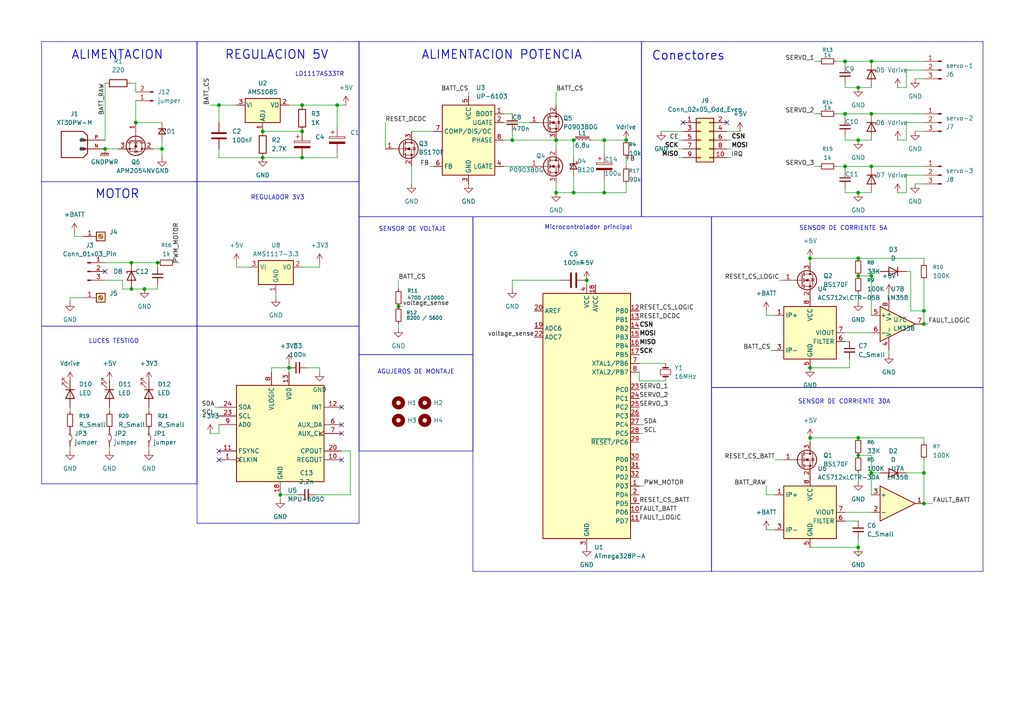
<source format=kicad_sch>
(kicad_sch (version 20250114) (generator "eeschema") (generator_version "9.0")
  (paper "A4")
  (rectangle (start 137.16 62.865) (end 206.375 165.735))
  (rectangle (start 104.14 62.865) (end 137.16 102.87))
  (rectangle (start 57.15 12.065) (end 104.14 52.705))
  (rectangle (start 12.065 12.065) (end 57.15 52.705))
  (rectangle (start 57.15 52.705) (end 104.14 94.615))
  (rectangle (start 57.15 94.615) (end 104.14 151.765))
  (rectangle (start 206.375 62.865) (end 285.115 112.395))
  (rectangle (start 186.055 12.065) (end 285.115 62.865))
  (rectangle (start 12.065 52.705) (end 57.15 94.615))
  (rectangle (start 12.065 94.615) (end 57.15 140.335))
  (rectangle (start 104.14 102.87) (end 137.16 130.81))
  (rectangle (start 206.375 112.395) (end 285.115 165.735))
  (rectangle (start 104.14 12.065) (end 186.055 62.865))
  (text "ALIMENTACION" (at 34.036 16.002 0) (effects (font (size 2.54 2.54) (thickness 0.254) (bold yes))))
  (text "Microcontrolador principal\n" (at 170.688 66.04 0) (effects (font (size 1.27 1.27))))
  (text "SENSOR DE VOLTAJE\n" (at 119.634 66.548 0) (effects (font (size 1.27 1.27))))
  (text "REGULADOR 3V3\n" (at 80.518 57.404 0) (effects (font (size 1.27 1.27))))
  (text "REGULACION 5V\n" (at 80.264 16.002 0) (effects (font (size 2.54 2.54) (thickness 0.254) (bold yes))))
  (text "ALIMENTACION POTENCIA\n" (at 145.542 16.002 0) (effects (font (size 2.54 2.54) (thickness 0.254) (bold yes))))
  (text "SENSOR DE CORRIENTE 5A\n" (at 244.602 66.294 0) (effects (font (size 1.27 1.27))))
  (text "\nLD1117AS33TR" (at 92.71 20.574 0) (effects (font (size 1.27 1.27))))
  (text "SENSOR DE CORRIENTE 30A\n" (at 244.856 116.586 0) (effects (font (size 1.27 1.27))))
  (text "Conectores\n" (at 199.644 16.256 0) (effects (font (size 2.54 2.54) (thickness 0.254) (bold yes))))
  (text "LUCES TESTIGO\n" (at 33.02 99.06 0) (effects (font (size 1.27 1.27))))
  (text "MOTOR" (at 34.036 56.388 0) (effects (font (size 2.54 2.54) (thickness 0.254) (bold yes))))
  (text "AGUJEROS DE MONTAJE\n" (at 120.65 107.95 0) (effects (font (size 1.27 1.27))))
  (junction (at 81.28 143.51))
  (junction (at 248.92 132.08))
  (junction (at 245.11 48.26))
  (junction (at 97.79 30.48))
  (junction (at 181.61 40.64))
  (junction (at 41.91 83.82))
  (junction (at 252.73 48.26))
  (junction (at 30.48 43.18))
  (junction (at 166.37 55.88))
  (junction (at 175.26 40.64))
  (junction (at 234.95 106.68))
  (junction (at 161.29 40.64))
  (junction (at 115.57 88.9))
  (junction (at 175.26 55.88))
  (junction (at 170.18 81.28))
  (junction (at 252.73 137.16))
  (junction (at 87.63 38.1))
  (junction (at 248.92 74.93))
  (junction (at 83.82 106.68))
  (junction (at 161.29 55.88))
  (junction (at 38.1 76.2))
  (junction (at 76.2 38.1))
  (junction (at 46.99 43.18))
  (junction (at 248.92 80.01))
  (junction (at 252.73 80.01))
  (junction (at 76.2 45.72))
  (junction (at 248.92 158.75))
  (junction (at 45.72 76.2))
  (junction (at 267.97 146.05))
  (junction (at 148.59 40.64))
  (junction (at 248.92 25.4))
  (junction (at 234.95 74.93))
  (junction (at 63.5 30.48))
  (junction (at 245.11 33.02))
  (junction (at 252.73 17.78))
  (junction (at 87.63 45.72))
  (junction (at 248.92 55.88))
  (junction (at 248.92 40.64))
  (junction (at 252.73 33.02))
  (junction (at 267.97 137.16))
  (junction (at 245.11 17.78))
  (junction (at 267.97 90.17))
  (junction (at 39.37 35.56))
  (junction (at 234.95 127))
  (junction (at 87.63 30.48))
  (junction (at 38.1 83.82))
  (junction (at 248.92 127))
  (junction (at 166.37 40.64))
  (junction (at 267.97 93.98))
  (no_connect (at 30.48 78.74))
  (no_connect (at 99.06 125.73))
  (no_connect (at 198.12 35.56))
  (no_connect (at 210.82 35.56))
  (no_connect (at 99.06 118.11))
  (no_connect (at 63.5 130.81))
  (no_connect (at 99.06 133.35))
  (no_connect (at 99.06 123.19))
  (no_connect (at 63.5 133.35))
  (wire (pts (xy 97.79 36.83) (xy 97.79 30.48)))
  (wire (pts (xy 248.92 55.88) (xy 252.73 55.88)))
  (wire (pts (xy 245.11 48.26) (xy 245.11 49.53)))
  (wire (pts (xy 148.59 40.64) (xy 161.29 40.64)))
  (wire (pts (xy 83.82 30.48) (xy 87.63 30.48)))
  (wire (pts (xy 146.05 33.02) (xy 148.59 33.02)))
  (wire (pts (xy 166.37 55.88) (xy 161.29 55.88)))
  (wire (pts (xy 115.57 88.9) (xy 116.84 88.9)))
  (wire (pts (xy 63.5 45.72) (xy 76.2 45.72)))
  (wire (pts (xy 83.82 106.68) (xy 83.82 107.95)))
  (wire (pts (xy 245.11 33.02) (xy 252.73 33.02)))
  (wire (pts (xy 91.44 143.51) (xy 101.6 143.51)))
  (wire (pts (xy 166.37 45.72) (xy 166.37 40.64)))
  (wire (pts (xy 248.92 25.4) (xy 252.73 25.4)))
  (wire (pts (xy 45.72 83.82) (xy 41.91 83.82)))
  (wire (pts (xy 262.89 25.4) (xy 262.89 20.32)))
  (wire (pts (xy 185.42 110.49) (xy 185.42 107.95)))
  (wire (pts (xy 63.5 43.18) (xy 63.5 45.72)))
  (wire (pts (xy 101.6 143.51) (xy 101.6 130.81)))
  (wire (pts (xy 101.6 130.81) (xy 99.06 130.81)))
  (wire (pts (xy 171.45 40.64) (xy 175.26 40.64)))
  (wire (pts (xy 52.07 76.2) (xy 50.8 76.2)))
  (wire (pts (xy 245.11 24.13) (xy 245.11 25.4)))
  (wire (pts (xy 224.79 133.35) (xy 227.33 133.35)))
  (wire (pts (xy 248.92 80.01) (xy 252.73 80.01)))
  (wire (pts (xy 175.26 40.64) (xy 175.26 44.45)))
  (wire (pts (xy 196.85 40.64) (xy 198.12 40.64)))
  (wire (pts (xy 245.11 148.59) (xy 252.73 148.59)))
  (wire (pts (xy 265.43 22.86) (xy 267.97 22.86)))
  (wire (pts (xy 267.97 133.35) (xy 267.97 137.16)))
  (wire (pts (xy 63.5 30.48) (xy 68.58 30.48)))
  (wire (pts (xy 39.37 35.56) (xy 46.99 35.56)))
  (wire (pts (xy 257.81 85.09) (xy 257.81 86.36)))
  (wire (pts (xy 97.79 30.48) (xy 100.33 30.48)))
  (wire (pts (xy 236.22 17.78) (xy 237.49 17.78)))
  (wire (pts (xy 252.73 137.16) (xy 252.73 132.08)))
  (wire (pts (xy 119.38 38.1) (xy 125.73 38.1)))
  (wire (pts (xy 161.29 26.67) (xy 161.29 30.48)))
  (wire (pts (xy 44.45 43.18) (xy 46.99 43.18)))
  (wire (pts (xy 87.63 30.48) (xy 97.79 30.48)))
  (wire (pts (xy 246.38 106.68) (xy 234.95 106.68)))
  (wire (pts (xy 72.39 77.47) (xy 68.58 77.47)))
  (wire (pts (xy 45.72 82.55) (xy 45.72 83.82)))
  (wire (pts (xy 39.37 26.67) (xy 39.37 24.13)))
  (wire (pts (xy 248.92 158.75) (xy 248.92 161.29)))
  (wire (pts (xy 97.79 44.45) (xy 97.79 45.72)))
  (wire (pts (xy 115.57 93.98) (xy 115.57 95.25)))
  (wire (pts (xy 63.5 125.73) (xy 63.5 123.19)))
  (wire (pts (xy 267.97 127) (xy 248.92 127)))
  (wire (pts (xy 245.11 17.78) (xy 252.73 17.78)))
  (wire (pts (xy 39.37 24.13) (xy 38.1 24.13)))
  (wire (pts (xy 20.32 129.54) (xy 20.32 130.81)))
  (wire (pts (xy 234.95 74.93) (xy 234.95 76.2)))
  (wire (pts (xy 45.72 76.2) (xy 45.72 77.47)))
  (wire (pts (xy 252.73 17.78) (xy 267.97 17.78)))
  (wire (pts (xy 161.29 40.64) (xy 166.37 40.64)))
  (wire (pts (xy 262.89 20.32) (xy 267.97 20.32)))
  (wire (pts (xy 41.91 83.82) (xy 38.1 83.82)))
  (wire (pts (xy 162.56 81.28) (xy 148.59 81.28)))
  (wire (pts (xy 224.79 91.44) (xy 222.25 91.44)))
  (wire (pts (xy 20.32 86.36) (xy 20.32 87.63)))
  (wire (pts (xy 170.18 81.28) (xy 170.18 82.55)))
  (wire (pts (xy 248.92 137.16) (xy 248.92 139.7)))
  (wire (pts (xy 63.5 120.65) (xy 62.23 120.65)))
  (wire (pts (xy 252.73 91.44) (xy 252.73 80.01)))
  (wire (pts (xy 92.71 106.68) (xy 92.71 107.95)))
  (wire (pts (xy 260.35 40.64) (xy 262.89 40.64)))
  (wire (pts (xy 234.95 127) (xy 234.95 128.27)))
  (wire (pts (xy 223.52 101.6) (xy 224.79 101.6)))
  (wire (pts (xy 234.95 127) (xy 248.92 127)))
  (wire (pts (xy 146.05 48.26) (xy 153.67 48.26)))
  (wire (pts (xy 175.26 55.88) (xy 166.37 55.88)))
  (wire (pts (xy 31.75 129.54) (xy 31.75 130.81)))
  (wire (pts (xy 193.04 110.49) (xy 185.42 110.49)))
  (wire (pts (xy 252.73 137.16) (xy 255.27 137.16)))
  (wire (pts (xy 124.46 48.26) (xy 125.73 48.26)))
  (wire (pts (xy 86.36 143.51) (xy 81.28 143.51)))
  (wire (pts (xy 260.35 55.88) (xy 262.89 55.88)))
  (wire (pts (xy 242.57 17.78) (xy 245.11 17.78)))
  (wire (pts (xy 265.43 53.34) (xy 267.97 53.34)))
  (wire (pts (xy 267.97 90.17) (xy 267.97 93.98)))
  (wire (pts (xy 30.48 81.28) (xy 35.56 81.28)))
  (wire (pts (xy 262.89 137.16) (xy 267.97 137.16)))
  (wire (pts (xy 60.96 125.73) (xy 63.5 125.73)))
  (wire (pts (xy 267.97 146.05) (xy 270.51 146.05)))
  (wire (pts (xy 186.69 140.97) (xy 185.42 140.97)))
  (wire (pts (xy 264.16 90.17) (xy 267.97 90.17)))
  (wire (pts (xy 87.63 45.72) (xy 97.79 45.72)))
  (wire (pts (xy 76.2 45.72) (xy 87.63 45.72)))
  (wire (pts (xy 161.29 40.64) (xy 161.29 43.18)))
  (wire (pts (xy 252.73 33.02) (xy 267.97 33.02)))
  (wire (pts (xy 245.11 39.37) (xy 245.11 40.64)))
  (wire (pts (xy 267.97 93.98) (xy 269.24 93.98)))
  (wire (pts (xy 245.11 40.64) (xy 248.92 40.64)))
  (wire (pts (xy 35.56 81.28) (xy 35.56 83.82)))
  (wire (pts (xy 78.74 106.68) (xy 83.82 106.68)))
  (wire (pts (xy 31.75 118.11) (xy 31.75 119.38)))
  (wire (pts (xy 210.82 38.1) (xy 214.63 38.1)))
  (wire (pts (xy 30.48 43.18) (xy 34.29 43.18)))
  (wire (pts (xy 252.73 78.74) (xy 255.27 78.74)))
  (wire (pts (xy 245.11 151.13) (xy 248.92 151.13)))
  (wire (pts (xy 262.89 40.64) (xy 262.89 35.56)))
  (wire (pts (xy 87.63 77.47) (xy 92.71 77.47)))
  (wire (pts (xy 24.13 68.58) (xy 21.59 68.58)))
  (wire (pts (xy 245.11 99.06) (xy 246.38 99.06)))
  (wire (pts (xy 181.61 45.72) (xy 181.61 48.26)))
  (wire (pts (xy 248.92 132.08) (xy 252.73 132.08)))
  (wire (pts (xy 210.82 40.64) (xy 212.09 40.64)))
  (wire (pts (xy 210.82 43.18) (xy 212.09 43.18)))
  (wire (pts (xy 63.5 30.48) (xy 63.5 35.56)))
  (wire (pts (xy 236.22 48.26) (xy 237.49 48.26)))
  (wire (pts (xy 262.89 50.8) (xy 267.97 50.8)))
  (wire (pts (xy 267.97 81.28) (xy 267.97 90.17)))
  (wire (pts (xy 245.11 25.4) (xy 248.92 25.4)))
  (wire (pts (xy 248.92 40.64) (xy 252.73 40.64)))
  (wire (pts (xy 267.97 74.93) (xy 248.92 74.93)))
  (wire (pts (xy 21.59 67.31) (xy 21.59 68.58)))
  (wire (pts (xy 35.56 83.82) (xy 38.1 83.82)))
  (wire (pts (xy 181.61 55.88) (xy 175.26 55.88)))
  (wire (pts (xy 248.92 85.09) (xy 248.92 87.63)))
  (wire (pts (xy 222.25 140.97) (xy 222.25 143.51)))
  (wire (pts (xy 181.61 53.34) (xy 181.61 55.88)))
  (wire (pts (xy 76.2 38.1) (xy 87.63 38.1)))
  (wire (pts (xy 46.99 40.64) (xy 46.99 43.18)))
  (wire (pts (xy 245.11 33.02) (xy 245.11 34.29)))
  (wire (pts (xy 196.85 43.18) (xy 198.12 43.18)))
  (wire (pts (xy 252.73 80.01) (xy 252.73 78.74)))
  (wire (pts (xy 222.25 90.17) (xy 222.25 91.44)))
  (wire (pts (xy 267.97 137.16) (xy 267.97 146.05)))
  (wire (pts (xy 161.29 53.34) (xy 161.29 55.88)))
  (wire (pts (xy 175.26 52.07) (xy 175.26 55.88)))
  (wire (pts (xy 224.79 143.51) (xy 222.25 143.51)))
  (wire (pts (xy 210.82 45.72) (xy 212.09 45.72)))
  (wire (pts (xy 146.05 40.64) (xy 148.59 40.64)))
  (wire (pts (xy 119.38 48.26) (xy 119.38 53.34)))
  (wire (pts (xy 260.35 25.4) (xy 262.89 25.4)))
  (wire (pts (xy 39.37 29.21) (xy 39.37 35.56)))
  (wire (pts (xy 245.11 48.26) (xy 252.73 48.26)))
  (wire (pts (xy 242.57 33.02) (xy 245.11 33.02)))
  (wire (pts (xy 24.13 86.36) (xy 20.32 86.36)))
  (wire (pts (xy 252.73 48.26) (xy 267.97 48.26)))
  (wire (pts (xy 78.74 107.95) (xy 78.74 106.68)))
  (wire (pts (xy 234.95 158.75) (xy 248.92 158.75)))
  (wire (pts (xy 45.72 76.2) (xy 38.1 76.2)))
  (wire (pts (xy 63.5 30.48) (xy 60.96 30.48)))
  (wire (pts (xy 267.97 128.27) (xy 267.97 127)))
  (wire (pts (xy 257.81 101.6) (xy 257.81 102.87)))
  (wire (pts (xy 30.48 76.2) (xy 38.1 76.2)))
  (wire (pts (xy 245.11 55.88) (xy 248.92 55.88)))
  (wire (pts (xy 68.58 76.2) (xy 68.58 77.47)))
  (wire (pts (xy 248.92 158.75) (xy 248.92 156.21)))
  (wire (pts (xy 81.28 144.78) (xy 81.28 143.51)))
  (wire (pts (xy 148.59 38.1) (xy 148.59 40.64)))
  (wire (pts (xy 262.89 35.56) (xy 267.97 35.56)))
  (wire (pts (xy 92.71 76.2) (xy 92.71 77.47)))
  (wire (pts (xy 146.05 35.56) (xy 153.67 35.56)))
  (wire (pts (xy 262.89 55.88) (xy 262.89 50.8)))
  (wire (pts (xy 262.89 78.74) (xy 264.16 78.74)))
  (wire (pts (xy 264.16 78.74) (xy 264.16 90.17)))
  (wire (pts (xy 185.42 123.19) (xy 186.69 123.19)))
  (wire (pts (xy 111.76 35.56) (xy 111.76 43.18)))
  (wire (pts (xy 185.42 125.73) (xy 186.69 125.73)))
  (wire (pts (xy 265.43 38.1) (xy 267.97 38.1)))
  (wire (pts (xy 166.37 50.8) (xy 166.37 55.88)))
  (wire (pts (xy 236.22 33.02) (xy 237.49 33.02)))
  (wire (pts (xy 135.89 26.67) (xy 135.89 27.94)))
  (wire (pts (xy 222.25 153.67) (xy 224.79 153.67)))
  (wire (pts (xy 246.38 104.14) (xy 246.38 106.68)))
  (wire (pts (xy 234.95 74.93) (xy 248.92 74.93)))
  (wire (pts (xy 20.32 118.11) (xy 20.32 119.38)))
  (wire (pts (xy 46.99 45.72) (xy 46.99 43.18)))
  (wire (pts (xy 83.82 105.41) (xy 83.82 106.68)))
  (wire (pts (xy 245.11 96.52) (xy 252.73 96.52)))
  (wire (pts (xy 43.18 118.11) (xy 43.18 119.38)))
  (wire (pts (xy 252.73 143.51) (xy 252.73 137.16)))
  (wire (pts (xy 185.42 105.41) (xy 193.04 105.41)))
  (wire (pts (xy 88.9 106.68) (xy 92.71 106.68)))
  (wire (pts (xy 80.01 86.36) (xy 80.01 85.09)))
  (wire (pts (xy 43.18 129.54) (xy 43.18 130.81)))
  (wire (pts (xy 226.06 81.28) (xy 227.33 81.28)))
  (wire (pts (xy 242.57 48.26) (xy 245.11 48.26)))
  (wire (pts (xy 115.57 81.28) (xy 115.57 83.82)))
  (wire (pts (xy 196.85 45.72) (xy 198.12 45.72)))
  (wire (pts (xy 245.11 17.78) (xy 245.11 19.05)))
  (wire (pts (xy 245.11 54.61) (xy 245.11 55.88)))
  (wire (pts (xy 30.48 40.64) (xy 30.48 24.13)))
  (wire (pts (xy 62.23 118.11) (xy 63.5 118.11)))
  (wire (pts (xy 267.97 76.2) (xy 267.97 74.93)))
  (wire (pts (xy 148.59 81.28) (xy 148.59 83.82)))
  (wire (pts (xy 175.26 40.64) (xy 181.61 40.64)))
  (wire (pts (xy 191.77 38.1) (xy 198.12 38.1)))
  (label "RESET_CS_LOGIC" (at 226.06 81.28 180))
  (label "RESET_CS_BATT" (at 224.79 133.35 180))
  (label "CE" (at 196.85 40.64 180) (effects (font (thickness 0.1588))))
  (label "SERVO_1" (at 185.42 113.03 0))
  (label "FAULT_LOGIC" (at 185.42 151.13 0))
  (label "FB" (at 124.46 48.26 180))
  (label "IRQ" (at 212.09 45.72 0))
  (label "BATT_CS" (at 60.96 30.48 90))
  (label "SDA" (at 62.23 118.11 180))
  (label "SCK" (at 185.42 102.87 0) (effects (font (thickness 0.254) (bold yes))))
  (label "FAULT_LOGIC" (at 269.24 93.98 0))
  (label "BATT_RAW" (at 30.48 24.13 270))
  (label "MISO" (at 185.42 100.33 0) (effects (font (thickness 0.254) (bold yes))))
  (label "SCL" (at 186.69 125.73 0))
  (label "SDA" (at 186.69 123.19 0))
  (label "MOSI" (at 212.09 43.18 0) (effects (font (thickness 0.254) (bold yes))))
  (label "RESET_CS_LOGIC" (at 185.42 90.17 0))
  (label "voltage_sense" (at 116.84 88.9 0))
  (label "BATT_CS" (at 223.52 101.6 180))
  (label "BATT_CS" (at 115.57 81.28 0))
  (label "PWM_MOTOR" (at 52.07 76.2 90))
  (label "SERVO_2" (at 236.22 33.02 180))
  (label "SCK" (at 196.85 43.18 180) (effects (font (thickness 0.254) (bold yes))))
  (label "SERVO_1" (at 236.22 17.78 180))
  (label "BATT_CS" (at 135.89 26.67 180))
  (label "RESET_DCDC" (at 111.76 35.56 0))
  (label "MOSI" (at 185.42 97.79 0) (effects (font (thickness 0.254) (bold yes))))
  (label "FAULT_BATT" (at 270.51 146.05 0))
  (label "SERVO_2" (at 185.42 115.57 0))
  (label "BATT_CS" (at 161.29 26.67 0))
  (label "voltage_sense" (at 154.94 97.79 180))
  (label "SCL" (at 62.23 120.65 180))
  (label "CSN" (at 212.09 40.64 0) (effects (font (thickness 0.254) (bold yes))))
  (label "RESET_DCDC" (at 185.42 92.71 0))
  (label "RESET_CS_BATT" (at 185.42 146.05 0))
  (label "MISO" (at 196.85 45.72 180) (effects (font (thickness 0.254) (bold yes))))
  (label "FAULT_BATT" (at 185.42 148.59 0))
  (label "CSN" (at 185.42 95.25 0) (effects (font (thickness 0.254) (bold yes))))
  (label "SERVO_3" (at 236.22 48.26 180))
  (label "BATT_RAW" (at 222.25 140.97 180))
  (label "FB" (at 181.61 46.99 0))
  (label "SERVO_3" (at 185.42 118.11 0))
  (label "PWM_MOTOR" (at 186.69 140.97 0))
  (symbol (lib_id "power:GND") (at 31.75 130.81 0) (unit 1)
    (property "Reference" "#PWR048" (effects (hide yes)))
    (property "Value" "GND" (at 31.75 135.89 0))
    (property "Description" "Power symbol creates a global label with name \"GND\" , ground" (effects (hide yes)))
  )
  (symbol (lib_id "power:GND") (at 81.28 144.78 0) (unit 1)
    (property "Reference" "#PWR030" (effects (hide yes)))
    (property "Value" "GND" (at 81.28 149.86 0))
    (property "Description" "Power symbol creates a global label with name \"GND\" , ground" (effects (hide yes)))
  )
  (symbol (lib_id "MCU_Microchip_ATmega:ATmega328P-A") (at 170.18 120.65 0) (unit 1)
    (property "Reference" "U1" (at 172.3233 158.75 0) (effects (justify left)))
    (property "Value" "ATmega328P-A" (at 172.3233 161.29 0) (effects (justify left)))
    (property "Footprint" "Package_QFP:TQFP-32_7x7mm_P0.8mm" (effects (hide yes)))
    (property "Datasheet" "http://ww1.microchip.com/downloads/en/DeviceDoc/ATmega328_P%20AVR%20MCU%20with%20picoPower%20Technology%20Data%20Sheet%2040001984A.pdf" (effects (hide yes)))
    (property "Description" "20MHz, 32kB Flash, 2kB SRAM, 1kB EEPROM, TQFP-32" (effects (hide yes)))
  )
  (symbol (lib_id "power:GND") (at 248.92 87.63 0) (unit 1)
    (property "Reference" "#PWR033" (effects (hide yes)))
    (property "Value" "GND" (at 248.92 92.71 0))
    (property "Description" "Power symbol creates a global label with name \"GND\" , ground" (effects (hide yes)))
  )
  (symbol (lib_id "Device:C_Small") (at 245.11 52.07 0) (unit 1)
    (property "Reference" "C11" (at 245.11 50.546 0) (effects (justify left)))
    (property "Value" "C_Small" (effects (hide yes)))
    (property "Footprint" "Capacitor_SMD:C_0805_2012Metric_Pad1.18x1.45mm_HandSolder" (effects (hide yes)))
    (property "Description" "Unpolarized capacitor, small symbol" (effects (hide yes)))
  )
  (symbol (lib_id "power:Vdrive") (at 20.32 110.49 0) (unit 1)
    (property "Reference" "#PWR023" (effects (hide yes)))
    (property "Value" "Vdrive" (at 20.32 105.41 0))
    (property "Description" "Power symbol creates a global label with name \"Vdrive\"" (effects (hide yes)))
  )
  (symbol (lib_id "power:GND") (at 135.89 53.34 0) (unit 1)
    (property "Reference" "#PWR012" (effects (hide yes)))
    (property "Value" "GND" (at 135.89 58.42 0))
    (property "Description" "Power symbol creates a global label with name \"GND\" , ground" (effects (hide yes)))
  )
  (symbol (lib_id "Device:Crystal_Small") (at 193.04 107.95 90) (unit 1)
    (property "Reference" "Y1" (at 195.58 106.6799 90) (effects (justify right)))
    (property "Value" "16MHz" (at 195.58 109.2199 90) (effects (justify right)))
    (property "Footprint" "Crystal:Crystal_SMD_3215-2Pin_3.2x1.5mm" (effects (hide yes)))
    (property "Description" "Two pin crystal, small symbol" (effects (hide yes)))
  )
  (symbol (lib_id "Device:D_Zener_Small") (at 46.99 38.1 270) (unit 1)
    (property "Reference" "D1" (at 48.26 38.1 90) (effects (justify left)))
    (property "Value" "mmsz5246bt1g" (effects (hide yes)))
    (property "Footprint" "Diode_SMD:D_SOD-123" (effects (hide yes)))
    (property "Description" "Zener diode, small symbol" (effects (hide yes)))
  )
  (symbol (lib_id "Device:R_Small") (at 181.61 50.8 180) (unit 1)
    (property "Reference" "R17" (at 182.372 49.53 0) (effects (font (size 1.016 1.016)) (justify right)))
    (property "Value" "90k" (at 182.372 52.07 0) (effects (justify right)))
    (property "Footprint" "Resistor_SMD:R_0805_2012Metric_Pad1.20x1.40mm_HandSolder" (effects (hide yes)))
    (property "Description" "Resistor, small symbol" (effects (hide yes)))
  )
  (symbol (lib_id "power:GND") (at 41.91 83.82 0) (mirror y) (unit 1)
    (property "Reference" "#PWR047" (effects (hide yes)))
    (property "Value" "GND" (at 41.91 88.9 0))
    (property "Description" "Power symbol creates a global label with name \"GND\" , ground" (effects (hide yes)))
  )
  (symbol (lib_id "power:GND") (at 92.71 107.95 0) (unit 1)
    (property "Reference" "#PWR038" (effects (hide yes)))
    (property "Value" "GND" (at 92.71 113.03 0))
    (property "Description" "Power symbol creates a global label with name \"GND\" , ground" (effects (hide yes)))
  )
  (symbol (lib_id "Jumper:Jumper_2_Small_Bridged") (at 20.32 127 270) (unit 1)
    (property "Reference" "JP3" (at 21.59 125.7299 90) (effects (justify left)))
    (property "Value" "jumper" (at 21.59 128.2699 90) (effects (justify left)))
    (property "Footprint" "Resistor_SMD:R_0805_2012Metric_Pad1.20x1.40mm_HandSolder" (effects (hide yes)))
    (property "Description" "Jumper, 2-pole, small symbol, bridged" (effects (hide yes)))
  )
  (symbol (lib_id "power:+5V") (at 68.58 76.2 0) (unit 1)
    (property "Reference" "#PWR032" (effects (hide yes)))
    (property "Value" "+5V" (at 68.58 71.12 0))
    (property "Description" "Power symbol creates a global label with name \"+5V\"" (effects (hide yes)))
  )
  (symbol (lib_id "power:GND") (at 265.43 38.1 0) (unit 1)
    (property "Reference" "#PWR044" (effects (hide yes)))
    (property "Value" "GND" (at 265.43 43.18 0))
    (property "Description" "Power symbol creates a global label with name \"GND\" , ground" (effects (hide yes)))
  )
  (symbol (lib_id "Device:R_Small") (at 240.03 33.02 90) (unit 1)
    (property "Reference" "R14" (at 240.03 29.718 90) (effects (font (size 1.016 1.016))))
    (property "Value" "1k" (at 240.03 31.242 90))
    (property "Footprint" "Resistor_SMD:R_0805_2012Metric_Pad1.20x1.40mm_HandSolder" (effects (hide yes)))
    (property "Description" "Resistor, small symbol" (effects (hide yes)))
  )
  (symbol (lib_id "Device:C_Small") (at 248.92 153.67 0) (unit 1)
    (property "Reference" "C6" (at 251.46 152.4062 0) (effects (justify left)))
    (property "Value" "C_Small" (at 251.46 154.9462 0) (effects (justify left)))
    (property "Footprint" "Capacitor_SMD:C_0805_2012Metric_Pad1.18x1.45mm_HandSolder" (effects (hide yes)))
    (property "Description" "Unpolarized capacitor, small symbol" (effects (hide yes)))
  )
  (symbol (lib_id "power:GND") (at 148.59 83.82 0) (unit 1)
    (property "Reference" "#PWR028" (effects (hide yes)))
    (property "Value" "GND" (at 148.59 88.9 0))
    (property "Description" "Power symbol creates a global label with name \"GND\" , ground" (effects (hide yes)))
  )
  (symbol (lib_id "Sensor_Current:ACS712xLCTR-30A") (at 234.95 148.59 0) (unit 1)
    (property "Reference" "U6" (at 237.0933 135.89 0) (effects (justify left)))
    (property "Value" "ACS712xLCTR-30A" (at 237.0933 138.43 0) (effects (justify left)))
    (property "Footprint" "Package_SO:SOIC-8_3.9x4.9mm_P1.27mm" (effects (hide yes)))
    (property "Datasheet" "http://www.allegromicro.com/~/media/Files/Datasheets/ACS712-Datasheet.ashx?la=en" (effects (hide yes)))
    (property "Description" "±30A Bidirectional Hall-Effect Current Sensor, +5.0V supply, 66mV/A, SOIC-8" (effects (hide yes)))
  )
  (symbol (lib_id "Device:C_Polarized") (at 97.79 40.64 0) (unit 1)
    (property "Reference" "C1" (at 101.6 38.4809 0) (effects (justify left)))
    (property "Value" "220uF / 10V" (effects (hide yes)))
    (property "Footprint" "Capacitor_SMD:CP_Elec_6.3x4.5" (effects (hide yes)))
    (property "Description" "Polarized capacitor" (effects (hide yes)))
  )
  (symbol (lib_id "Device:LED") (at 43.18 114.3 270) (unit 1)
    (property "Reference" "D12" (at 45.72 111.4424 90) (effects (justify left)))
    (property "Value" "LED" (at 45.72 113.9824 90) (effects (justify left)))
    (property "Footprint" "LED_SMD:LED_0805_2012Metric_Pad1.15x1.40mm_HandSolder" (effects (hide yes)))
    (property "Description" "Light emitting diode" (effects (hide yes)))
    (property "Sim.Pins" "1=K 2=A" (effects (hide yes)))
  )
  (symbol (lib_id "Device:R_Small") (at 43.18 121.92 0) (unit 1)
    (property "Reference" "R21" (at 45.72 120.6499 0) (effects (font (size 1.016 1.016)) (justify left)))
    (property "Value" "R_Small" (at 45.72 123.1899 0) (effects (justify left)))
    (property "Footprint" "Resistor_SMD:R_0805_2012Metric_Pad1.20x1.40mm_HandSolder" (effects (hide yes)))
    (property "Description" "Resistor, small symbol" (effects (hide yes)))
  )
  (symbol (lib_id "power:+5V") (at 100.33 30.48 0) (unit 1)
    (property "Reference" "#PWR07" (effects (hide yes)))
    (property "Value" "+5V" (at 100.33 25.4 0))
    (property "Description" "Power symbol creates a global label with name \"+5V\"" (effects (hide yes)))
  )
  (symbol (lib_id "Connector:Conn_01x03_Pin") (at 273.05 20.32 0) (mirror y) (unit 1)
    (property "Reference" "J6" (at 274.32 21.5901 0) (effects (justify right)))
    (property "Value" "servo-1" (at 274.32 19.0501 0) (effects (justify right)))
    (property "Footprint" "Connector_PinHeader_2.54mm:PinHeader_1x03_P2.54mm_Horizontal" (effects (hide yes)))
    (property "Description" "Generic connector, single row, 01x03, script generated" (effects (hide yes)))
  )
  (symbol (lib_id "Amplifier_Operational:LM358") (at 260.35 146.05 0) (unit 1)
    (property "Reference" "U7" (at 260.35 135.89 0))
    (property "Value" "LM358" (at 260.35 138.43 0))
    (property "Footprint" "Package_SO:SOIC-8_3.9x4.9mm_P1.27mm" (effects (hide yes)))
    (property "Datasheet" "http://www.ti.com/lit/ds/symlink/lm2904-n.pdf" (effects (hide yes)))
    (property "Description" "Low-Power, Dual Operational Amplifiers, DIP-8/SOIC-8/TO-99-8" (effects (hide yes)))
  )
  (symbol (lib_id "power:+5V") (at 31.75 110.49 0) (unit 1)
    (property "Reference" "#PWR024" (effects (hide yes)))
    (property "Value" "+5V" (at 31.75 105.41 0))
    (property "Description" "Power symbol creates a global label with name \"+5V\"" (effects (hide yes)))
  )
  (symbol (lib_id "Jumper:Jumper_2_Small_Bridged") (at 43.18 127 270) (unit 1)
    (property "Reference" "JP1" (at 44.45 125.7299 90) (effects (justify left)))
    (property "Value" "jumper" (at 44.45 128.2699 90) (effects (justify left)))
    (property "Footprint" "Resistor_SMD:R_0805_2012Metric_Pad1.20x1.40mm_HandSolder" (effects (hide yes)))
    (property "Description" "Jumper, 2-pole, small symbol, bridged" (effects (hide yes)))
  )
  (symbol (lib_id "Diode:ESD5Zxx") (at 252.73 52.07 270) (unit 1)
    (property "Reference" "D7" (at 254 50.8 90) (effects (justify left)))
    (property "Value" "ESD5Zxx" (effects (hide yes)))
    (property "Footprint" "Diode_SMD:D_SOD-523" (effects (hide yes)))
    (property "Datasheet" "https://www.onsemi.com/pdf/datasheet/esd5z2.5t1-d.pdf" (effects (hide yes)))
    (property "Description" "ESD Protection Diode, SOD-523" (effects (hide yes)))
  )
  (symbol (lib_id "Device:D_Schottky_Small") (at 166.37 48.26 270) (unit 1)
    (property "Reference" "D4" (at 167.386 46.736 90) (effects (justify left)))
    (property "Value" "B120" (at 167.386 49.276 90) (effects (justify left)))
    (property "Footprint" "Diode_SMD:D_SMA" (effects (hide yes)))
    (property "Description" "Schottky diode, small symbol" (effects (hide yes)))
  )
  (symbol (lib_id "Transistor_FET:Q_NMOS_GDS") (at 158.75 48.26 0) (unit 1)
    (property "Reference" "Q4" (at 155.448 45.212 0) (effects (justify left)))
    (property "Value" "P0903BDG" (at 147.574 49.276 0) (effects (justify left)))
    (property "Footprint" "Package_TO_SOT_SMD:TO-252-2" (effects (hide yes)))
    (property "Description" "N-MOSFET transistor, gate/drain/source" (effects (hide yes)))
  )
  (symbol (lib_id "power:GND") (at 119.38 53.34 0) (unit 1)
    (property "Reference" "#PWR026" (effects (hide yes)))
    (property "Value" "GND" (at 119.38 58.42 0))
    (property "Description" "Power symbol creates a global label with name \"GND\" , ground" (effects (hide yes)))
  )
  (symbol (lib_id "XT30PW-M:XT30PW-M") (at 25.4 40.64 0) (unit 1)
    (property "Reference" "J1" (at 21.59 33.02 0))
    (property "Value" "XT30PW-M" (at 21.59 35.56 0))
    (property "Footprint" "footprints:AMASS_XT30PW-M" (effects (hide yes)))
    (property "MF" "AMASS" (effects (hide yes)))
    (property "MAXIMUM_PACKAGE_HEIGHT" "5 mm" (effects (hide yes)))
    (property "Package" "None" (effects (hide yes)))
    (property "Price" "None" (effects (hide yes)))
    (property "Check_prices" "https://www.snapeda.com/parts/XT30PW-M/AMASS/view-part/?ref=eda" (effects (hide yes)))
    (property "STANDARD" "Manufacturer Recommendations" (effects (hide yes)))
    (property "PARTREV" "1.2" (effects (hide yes)))
    (property "SnapEDA_Link" "https://www.snapeda.com/parts/XT30PW-M/AMASS/view-part/?ref=snap" (effects (hide yes)))
    (property "MP" "XT30PW-M" (effects (hide yes)))
    (property "Description_1" "Socket; DC supply; XT30; male; PIN: 2; on PCBs; THT; Colour: yellow" (effects (hide yes)))
    (property "MANUFACTURER" "Amass" (effects (hide yes)))
    (property "Availability" "Not in stock" (effects (hide yes)))
    (property "SNAPEDA_PN" "XT30PW-M" (effects (hide yes)))
  )
  (symbol (lib_id "power:GND") (at 248.92 25.4 0) (unit 1)
    (property "Reference" "#PWR042" (effects (hide yes)))
    (property "Value" "GND" (at 248.92 30.48 0))
    (property "Description" "Power symbol creates a global label with name \"GND\" , ground" (effects (hide yes)))
  )
  (symbol (lib_id "Device:R_Small") (at 115.57 91.44 180) (unit 1)
    (property "Reference" "R12" (at 117.856 90.678 0) (effects (font (size 1.016 1.016)) (justify right)))
    (property "Value" "8200 / 5600" (at 117.856 92.2019 0) (effects (font (size 1.016 1.016)) (justify right)))
    (property "Footprint" "Resistor_SMD:R_0805_2012Metric_Pad1.20x1.40mm_HandSolder" (effects (hide yes)))
    (property "Description" "Resistor, small symbol" (effects (hide yes)))
  )
  (symbol (lib_id "power:GND") (at 80.01 86.36 0) (unit 1)
    (property "Reference" "#PWR037" (effects (hide yes)))
    (property "Value" "GND" (at 80.01 91.44 0))
    (property "Description" "Power symbol creates a global label with name \"GND\" , ground" (effects (hide yes)))
  )
  (symbol (lib_id "Device:LED") (at 31.75 114.3 270) (unit 1)
    (property "Reference" "D11" (at 34.29 111.4424 90) (effects (justify left)))
    (property "Value" "LED" (at 34.29 113.9824 90) (effects (justify left)))
    (property "Footprint" "LED_SMD:LED_0805_2012Metric_Pad1.15x1.40mm_HandSolder" (effects (hide yes)))
    (property "Description" "Light emitting diode" (effects (hide yes)))
    (property "Sim.Pins" "1=K 2=A" (effects (hide yes)))
  )
  (symbol (lib_id "power:+5V") (at 214.63 38.1 0) (unit 1)
    (property "Reference" "#PWR011" (effects (hide yes)))
    (property "Value" "+5V" (at 214.63 33.02 0))
    (property "Description" "Power symbol creates a global label with name \"+5V\"" (effects (hide yes)))
  )
  (symbol (lib_id "power:GND") (at 248.92 139.7 0) (unit 1)
    (property "Reference" "#PWR022" (effects (hide yes)))
    (property "Value" "GND" (at 248.92 144.78 0))
    (property "Description" "Power symbol creates a global label with name \"GND\" , ground" (effects (hide yes)))
  )
  (symbol (lib_id "power:GNDPWR") (at 30.48 43.18 0) (unit 1)
    (property "Reference" "#PWR01" (effects (hide yes)))
    (property "Value" "GNDPWR" (at 30.353 46.99 0))
    (property "Description" "Power symbol creates a global label with name \"GNDPWR\" , global ground" (effects (hide yes)))
  )
  (symbol (lib_id "EESTN5:Mounting_Hole") (at 115.57 121.92 0) (unit 1)
    (property "Reference" "H3" (at 118.11 121.9199 0) (effects (justify left)))
    (property "Value" "Mounting_Hole" (effects (hide yes)))
    (property "Footprint" "MountingHole:MountingHole_2.2mm_M2_ISO7380" (effects (hide yes)))
    (property "Description" "Mounting Hole without connection" (effects (hide yes)))
  )
  (symbol (lib_id "EESTN5:Mounting_Hole") (at 115.57 116.84 0) (unit 1)
    (property "Reference" "H1" (at 118.11 116.8399 0) (effects (justify left)))
    (property "Value" "Mounting_Hole" (effects (hide yes)))
    (property "Footprint" "MountingHole:MountingHole_2.2mm_M2_ISO7380" (effects (hide yes)))
    (property "Description" "Mounting Hole without connection" (effects (hide yes)))
  )
  (symbol (lib_id "Connector:Conn_01x03_Pin") (at 273.05 50.8 0) (mirror y) (unit 1)
    (property "Reference" "J8" (at 274.32 52.0701 0) (effects (justify right)))
    (property "Value" "servo-3" (at 274.32 49.5301 0) (effects (justify right)))
    (property "Footprint" "Connector_PinHeader_2.54mm:PinHeader_1x03_P2.54mm_Horizontal" (effects (hide yes)))
    (property "Description" "Generic connector, single row, 01x03, script generated" (effects (hide yes)))
  )
  (symbol (lib_id "power:GND") (at 248.92 158.75 0) (unit 1)
    (property "Reference" "#PWR02" (effects (hide yes)))
    (property "Value" "GND" (at 248.92 163.83 0))
    (property "Description" "Power symbol creates a global label with name \"GND\" , ground" (effects (hide yes)))
  )
  (symbol (lib_id "Device:C_Small") (at 86.36 106.68 90) (unit 1)
    (property "Reference" "C3" (at 86.3663 100.33 90))
    (property "Value" "100n" (at 86.3663 102.87 90))
    (property "Footprint" "Capacitor_SMD:C_0805_2012Metric_Pad1.18x1.45mm_HandSolder" (effects (hide yes)))
    (property "Description" "Unpolarized capacitor, small symbol" (effects (hide yes)))
  )
  (symbol (lib_id "Connector:Conn_01x03_Pin") (at 273.05 35.56 0) (mirror y) (unit 1)
    (property "Reference" "J7" (at 274.32 36.8301 0) (effects (justify right)))
    (property "Value" "servo-2" (at 274.32 34.2901 0) (effects (justify right)))
    (property "Footprint" "Connector_PinHeader_2.54mm:PinHeader_1x03_P2.54mm_Horizontal" (effects (hide yes)))
    (property "Description" "Generic connector, single row, 01x03, script generated" (effects (hide yes)))
  )
  (symbol (lib_id "Device:R_Small") (at 48.26 76.2 270) (mirror x) (unit 1)
    (property "Reference" "R16" (at 48.26 71.12 90) (effects (font (size 1.016 1.016))))
    (property "Value" "1k" (at 48.26 73.66 90))
    (property "Footprint" "Resistor_SMD:R_0805_2012Metric_Pad1.20x1.40mm_HandSolder" (effects (hide yes)))
    (property "Description" "Resistor, small symbol" (effects (hide yes)))
  )
  (symbol (lib_id "Connector:Conn_01x02_Pin") (at 44.45 29.21 180) (unit 1)
    (property "Reference" "J12" (at 45.72 26.6699 0) (effects (justify right)))
    (property "Value" "jumper" (at 45.72 29.2099 0) (effects (justify right)))
    (property "Footprint" "Connector_PinHeader_2.54mm:PinHeader_1x02_P2.54mm_Vertical" (effects (hide yes)))
    (property "Description" "Generic connector, single row, 01x02, script generated" (effects (hide yes)))
  )
  (symbol (lib_id "Connector:Screw_Terminal_01x01") (at 29.21 68.58 0) (unit 1)
    (property "Reference" "J4" (at 31.75 67.3099 0) (effects (justify left)))
    (property "Value" "Screw_Terminal_01x01" (effects (hide yes)))
    (property "Footprint" "EESTN5:Cable_Doble_1,5mm" (effects (hide yes)))
    (property "Description" "Generic screw terminal, single row, 01x01, script generated (kicad-library-utils/schlib/autogen/connector/)" (effects (hide yes)))
  )
  (symbol (lib_id "Device:C_Small") (at 45.72 80.01 0) (mirror y) (unit 1)
    (property "Reference" "C12" (at 43.18 78.7462 0) (effects (justify left)))
    (property "Value" "C_Small" (effects (hide yes)))
    (property "Footprint" "Capacitor_SMD:C_0805_2012Metric_Pad1.18x1.45mm_HandSolder" (effects (hide yes)))
    (property "Description" "Unpolarized capacitor, small symbol" (effects (hide yes)))
  )
  (symbol (lib_id "power:GND") (at 161.29 55.88 0) (unit 1)
    (property "Reference" "#PWR014" (effects (hide yes)))
    (property "Value" "GND" (at 161.29 60.96 0))
    (property "Description" "Power symbol creates a global label with name \"GND\" , ground" (effects (hide yes)))
  )
  (symbol (lib_id "Device:C_Small") (at 246.38 101.6 0) (unit 1)
    (property "Reference" "C7" (at 248.92 100.3362 0) (effects (justify left)))
    (property "Value" "C_Small" (at 248.92 102.8762 0) (effects (justify left)))
    (property "Footprint" "Capacitor_SMD:C_0805_2012Metric_Pad1.18x1.45mm_HandSolder" (effects (hide yes)))
    (property "Description" "Unpolarized capacitor, small symbol" (effects (hide yes)))
  )
  (symbol (lib_id "power:+3V3") (at 92.71 76.2 0) (unit 1)
    (property "Reference" "#PWR036" (effects (hide yes)))
    (property "Value" "+3V3" (at 92.71 71.12 0))
    (property "Description" "Power symbol creates a global label with name \"+3V3\"" (effects (hide yes)))
  )
  (symbol (lib_id "Device:C_Polarized") (at 175.26 48.26 0) (unit 1)
    (property "Reference" "C14" (at 175.26 46.228 0) (effects (justify left)))
    (property "Value" "100u" (at 175.26 50.292 0) (effects (justify left)))
    (property "Footprint" "Capacitor_SMD:CP_Elec_5x5.7" (effects (hide yes)))
    (property "Description" "Polarized capacitor" (effects (hide yes)))
  )
  (symbol (lib_id "Device:R_Small") (at 181.61 43.18 180) (unit 1)
    (property "Reference" "R4" (at 182.372 41.91 0) (effects (font (size 1.016 1.016)) (justify right)))
    (property "Value" "10k" (at 182.372 44.45 0) (effects (justify right)))
    (property "Footprint" "Resistor_SMD:R_0805_2012Metric_Pad1.20x1.40mm_HandSolder" (effects (hide yes)))
    (property "Description" "Resistor, small symbol" (effects (hide yes)))
  )
  (symbol (lib_id "Sensor_Current:ACS712xLCTR-05B") (at 234.95 96.52 0) (unit 1)
    (property "Reference" "U4" (at 237.0933 83.82 0) (effects (justify left)))
    (property "Value" "ACS712xLCTR-05B" (at 237.0933 86.36 0) (effects (justify left)))
    (property "Footprint" "Package_SO:SOIC-8_3.9x4.9mm_P1.27mm" (effects (hide yes)))
    (property "Datasheet" "http://www.allegromicro.com/~/media/Files/Datasheets/ACS712-Datasheet.ashx?la=en" (effects (hide yes)))
    (property "Description" "±5A Bidirectional Hall-Effect Current Sensor, +5.0V supply, 185mV/A, SOIC-8" (effects (hide yes)))
  )
  (symbol (lib_id "Device:R_Small") (at 267.97 78.74 180) (unit 1)
    (property "Reference" "R10" (at 270.51 77.4699 0) (effects (font (size 1.016 1.016)) (justify right)))
    (property "Value" "100K" (at 270.51 80.0099 0) (effects (justify right)))
    (property "Footprint" "Resistor_SMD:R_0805_2012Metric_Pad1.20x1.40mm_HandSolder" (effects (hide yes)))
    (property "Description" "Resistor, small symbol" (effects (hide yes)))
  )
  (symbol (lib_id "Sensor_Motion:MPU-6050") (at 81.28 125.73 0) (unit 1)
    (property "Reference" "U5" (at 83.4233 142.24 0) (effects (justify left)))
    (property "Value" "MPU-6050" (at 83.4233 144.78 0) (effects (justify left)))
    (property "Footprint" "Sensor_Motion:InvenSense_QFN-24_4x4mm_P0.5mm" (effects (hide yes)))
    (property "Datasheet" "https://invensense.tdk.com/wp-content/uploads/2015/02/MPU-6000-Datasheet1.pdf" (effects (hide yes)))
    (property "Description" "InvenSense 6-Axis Motion Sensor, Gyroscope, Accelerometer, I2C" (effects (hide yes)))
  )
  (symbol (lib_id "power:GND") (at 43.18 130.81 0) (unit 1)
    (property "Reference" "#PWR049" (effects (hide yes)))
    (property "Value" "GND" (at 43.18 135.89 0))
    (property "Description" "Power symbol creates a global label with name \"GND\" , ground" (effects (hide yes)))
  )
  (symbol (lib_id "EESTN5:Mounting_Hole") (at 123.19 121.92 0) (unit 1)
    (property "Reference" "H4" (at 125.73 121.9199 0) (effects (justify left)))
    (property "Value" "Mounting_Hole" (effects (hide yes)))
    (property "Footprint" "MountingHole:MountingHole_2.2mm_M2_ISO7380" (effects (hide yes)))
    (property "Description" "Mounting Hole without connection" (effects (hide yes)))
  )
  (symbol (lib_id "Device:R_Small") (at 20.32 121.92 0) (unit 1)
    (property "Reference" "R19" (at 22.86 120.6499 0) (effects (font (size 1.016 1.016)) (justify left)))
    (property "Value" "R_Small" (at 22.86 123.1899 0) (effects (justify left)))
    (property "Footprint" "Resistor_SMD:R_0805_2012Metric_Pad1.20x1.40mm_HandSolder" (effects (hide yes)))
    (property "Description" "Resistor, small symbol" (effects (hide yes)))
  )
  (symbol (lib_id "Amplifier_Operational:LM358") (at 260.35 93.98 0) (unit 3)
    (property "Reference" "U7" (at 259.08 92.7099 0) (effects (justify left)))
    (property "Value" "LM358" (at 259.08 95.2499 0) (effects (justify left)))
    (property "Footprint" "Package_SO:SOIC-8_3.9x4.9mm_P1.27mm" (effects (hide yes)))
    (property "Datasheet" "http://www.ti.com/lit/ds/symlink/lm2904-n.pdf" (effects (hide yes)))
    (property "Description" "Low-Power, Dual Operational Amplifiers, DIP-8/SOIC-8/TO-99-8" (effects (hide yes)))
  )
  (symbol (lib_id "Device:LED") (at 20.32 114.3 270) (unit 1)
    (property "Reference" "D10" (at 22.86 111.4424 90) (effects (justify left)))
    (property "Value" "LED" (at 22.86 113.9824 90) (effects (justify left)))
    (property "Footprint" "LED_SMD:LED_0805_2012Metric_Pad1.15x1.40mm_HandSolder" (effects (hide yes)))
    (property "Description" "Light emitting diode" (effects (hide yes)))
    (property "Sim.Pins" "1=K 2=A" (effects (hide yes)))
  )
  (symbol (lib_id "Regulator_Linear:LM78M05_TO252") (at 76.2 30.48 0) (unit 1)
    (property "Reference" "U2" (at 76.2 24.13 0))
    (property "Value" "AMS1085" (at 76.2 26.67 0))
    (property "Footprint" "Package_TO_SOT_SMD:TO-252-2" (effects (hide yes)))
    (property "Datasheet" "https://www.onsemi.com/pub/Collateral/MC78M00-D.PDF" (effects (hide yes)))
    (property "Description" "Positive 500mA 35V Linear Regulator, Fixed Output 5V, TO-252 (D-PAK)" (effects (hide yes)))
  )
  (symbol (lib_id "power:+5V") (at 257.81 85.09 0) (unit 1)
    (property "Reference" "#PWR027" (effects (hide yes)))
    (property "Value" "+5V" (at 257.81 80.01 0))
    (property "Description" "Power symbol creates a global label with name \"+5V\"" (effects (hide yes)))
  )
  (symbol (lib_id "power:GND") (at 20.32 130.81 0) (unit 1)
    (property "Reference" "#PWR040" (effects (hide yes)))
    (property "Value" "GND" (at 20.32 135.89 0))
    (property "Description" "Power symbol creates a global label with name \"GND\" , ground" (effects (hide yes)))
  )
  (symbol (lib_id "power:GND") (at 265.43 53.34 0) (unit 1)
    (property "Reference" "#PWR046" (effects (hide yes)))
    (property "Value" "GND" (at 265.43 58.42 0))
    (property "Description" "Power symbol creates a global label with name \"GND\" , ground" (effects (hide yes)))
  )
  (symbol (lib_id "Device:R_Small") (at 248.92 77.47 180) (unit 1)
    (property "Reference" "R8" (at 251.46 76.1999 0) (effects (font (size 1.016 1.016)) (justify right)))
    (property "Value" "33K" (at 251.46 78.7399 0) (effects (justify right)))
    (property "Footprint" "Resistor_SMD:R_0805_2012Metric_Pad1.20x1.40mm_HandSolder" (effects (hide yes)))
    (property "Description" "Resistor, small symbol" (effects (hide yes)))
  )
  (symbol (lib_id "Transistor_FET:BS170F") (at 232.41 133.35 0) (unit 1)
    (property "Reference" "Q1" (at 238.76 132.0799 0) (effects (justify left)))
    (property "Value" "BS170F" (at 238.76 134.6199 0) (effects (justify left)))
    (property "Footprint" "Package_TO_SOT_SMD:SOT-23" (effects (hide yes)))
    (property "Datasheet" "http://www.diodes.com/assets/Datasheets/BS170F.pdf" (effects (hide yes)))
    (property "Description" "0.15A Id, 60V Vds, N-Channel MOSFET, SOT-23" (effects (hide yes)))
  )
  (symbol (lib_id "power:GND") (at 248.92 40.64 0) (unit 1)
    (property "Reference" "#PWR043" (effects (hide yes)))
    (property "Value" "GND" (at 248.92 45.72 0))
    (property "Description" "Power symbol creates a global label with name \"GND\" , ground" (effects (hide yes)))
  )
  (symbol (lib_id "Device:D") (at 259.08 137.16 180) (unit 1)
    (property "Reference" "D2" (at 259.08 130.81 0))
    (property "Value" "D" (at 259.08 133.35 0))
    (property "Footprint" "Diode_SMD:D_SOD-123" (effects (hide yes)))
    (property "Description" "Diode" (effects (hide yes)))
    (property "Sim.Device" "D" (effects (hide yes)))
    (property "Sim.Pins" "1=K 2=A" (effects (hide yes)))
  )
  (symbol (lib_id "power:GND") (at 20.32 87.63 0) (unit 1)
    (property "Reference" "#PWR018" (effects (hide yes)))
    (property "Value" "GND" (at 20.32 92.71 0))
    (property "Description" "Power symbol creates a global label with name \"GND\" , ground" (effects (hide yes)))
  )
  (symbol (lib_id "power:GND") (at 248.92 55.88 0) (unit 1)
    (property "Reference" "#PWR045" (effects (hide yes)))
    (property "Value" "GND" (at 248.92 60.96 0))
    (property "Description" "Power symbol creates a global label with name \"GND\" , ground" (effects (hide yes)))
  )
  (symbol (lib_id "Amplifier_Operational:LM358") (at 260.35 93.98 0) (unit 2)
    (property "Reference" "U7" (at 260.35 83.82 0))
    (property "Value" "LM358" (at 260.35 86.36 0))
    (property "Footprint" "Package_SO:SOIC-8_3.9x4.9mm_P1.27mm" (effects (hide yes)))
    (property "Datasheet" "http://www.ti.com/lit/ds/symlink/lm2904-n.pdf" (effects (hide yes)))
    (property "Description" "Low-Power, Dual Operational Amplifiers, DIP-8/SOIC-8/TO-99-8" (effects (hide yes)))
  )
  (symbol (lib_id "power:Vdrive") (at 260.35 55.88 0) (unit 1)
    (property "Reference" "#PWR021" (effects (hide yes)))
    (property "Value" "Vdrive" (at 260.35 50.8 0))
    (property "Description" "Power symbol creates a global label with name \"Vdrive\"" (effects (hide yes)))
  )
  (symbol (lib_id "power:+3V3") (at 60.96 125.73 0) (unit 1)
    (property "Reference" "#PWR016" (effects (hide yes)))
    (property "Value" "+3V3" (at 60.96 120.65 0))
    (property "Description" "Power symbol creates a global label with name \"+3V3\"" (effects (hide yes)))
  )
  (symbol (lib_id "Device:R_Small") (at 31.75 121.92 0) (unit 1)
    (property "Reference" "R20" (at 34.29 120.6499 0) (effects (font (size 1.016 1.016)) (justify left)))
    (property "Value" "R_Small" (at 34.29 123.1899 0) (effects (justify left)))
    (property "Footprint" "Resistor_SMD:R_0805_2012Metric_Pad1.20x1.40mm_HandSolder" (effects (hide yes)))
    (property "Description" "Resistor, small symbol" (effects (hide yes)))
  )
  (symbol (lib_id "power:+3V3") (at 43.18 110.49 0) (unit 1)
    (property "Reference" "#PWR015" (effects (hide yes)))
    (property "Value" "+3V3" (at 43.18 105.41 0))
    (property "Description" "Power symbol creates a global label with name \"+3V3\"" (effects (hide yes)))
  )
  (symbol (lib_id "Device:C_Small") (at 148.59 35.56 0) (unit 1)
    (property "Reference" "C8" (at 148.59 34.036 0) (effects (justify left)))
    (property "Value" "470n" (at 148.59 37.338 0) (effects (justify left)))
    (property "Footprint" "Capacitor_SMD:C_0805_2012Metric_Pad1.18x1.45mm_HandSolder" (effects (hide yes)))
    (property "Description" "Unpolarized capacitor, small symbol" (effects (hide yes)))
  )
  (symbol (lib_id "power:+BATT") (at 222.25 90.17 0) (unit 1)
    (property "Reference" "#PWR06" (effects (hide yes)))
    (property "Value" "+BATT" (at 222.25 85.09 0))
    (property "Description" "Power symbol creates a global label with name \"+BATT\"" (effects (hide yes)))
  )
  (symbol (lib_id "Device:R_Small") (at 248.92 134.62 180) (unit 1)
    (property "Reference" "R5" (at 251.46 133.3499 0) (effects (font (size 1.016 1.016)) (justify right)))
    (property "Value" "100K" (at 251.46 135.8899 0) (effects (justify right)))
    (property "Footprint" "Resistor_SMD:R_0805_2012Metric_Pad1.20x1.40mm_HandSolder" (effects (hide yes)))
    (property "Description" "Resistor, small symbol" (effects (hide yes)))
  )
  (symbol (lib_id "Device:C_Polarized") (at 87.63 41.91 0) (unit 1)
    (property "Reference" "C4" (at 91.44 39.7509 0) (effects (justify left)))
    (property "Value" "<10uF / 10V" (effects (hide yes)))
    (property "Footprint" "Capacitor_SMD:CP_Elec_5x4.4" (effects (hide yes)))
    (property "Description" "Polarized capacitor" (effects (hide yes)))
  )
  (symbol (lib_id "power:GND") (at 76.2 45.72 0) (unit 1)
    (property "Reference" "#PWR09" (effects (hide yes)))
    (property "Value" "GND" (at 76.2 50.8 0))
    (property "Description" "Power symbol creates a global label with name \"GND\" , ground" (effects (hide yes)))
  )
  (symbol (lib_id "Connector:Conn_01x03_Pin") (at 25.4 78.74 0) (unit 1)
    (property "Reference" "J3" (at 26.035 71.12 0))
    (property "Value" "Conn_01x03_Pin" (at 26.035 73.66 0))
    (property "Footprint" "Connector_PinHeader_2.54mm:PinHeader_1x03_P2.54mm_Horizontal" (effects (hide yes)))
    (property "Description" "Generic connector, single row, 01x03, script generated" (effects (hide yes)))
  )
  (symbol (lib_id "Regulator_Controller:L6727") (at 135.89 40.64 0) (unit 1)
    (property "Reference" "U3" (at 138.0333 25.4 0) (effects (justify left)))
    (property "Value" "UP-6103" (at 138.0333 27.94 0) (effects (justify left)))
    (property "Footprint" "Package_SO:SOIC-8_3.9x4.9mm_P1.27mm" (effects (hide yes)))
    (property "Datasheet" "http://www.st.com/resource/en/datasheet/l6727.pdf" (effects (hide yes)))
    (property "Description" "Single Phase PWM Controller, SOIC-8" (effects (hide yes)))
  )
  (symbol (lib_id "Diode:ESD5Zxx") (at 252.73 21.59 270) (unit 1)
    (property "Reference" "D5" (at 254 20.32 90) (effects (justify left)))
    (property "Value" "ESD5Zxx" (effects (hide yes)))
    (property "Footprint" "Diode_SMD:D_SOD-523" (effects (hide yes)))
    (property "Datasheet" "https://www.onsemi.com/pdf/datasheet/esd5z2.5t1-d.pdf" (effects (hide yes)))
    (property "Description" "ESD Protection Diode, SOD-523" (effects (hide yes)))
  )
  (symbol (lib_id "power:+BATT") (at 222.25 153.67 0) (unit 1)
    (property "Reference" "#PWR05" (effects (hide yes)))
    (property "Value" "+BATT" (at 222.25 148.59 0))
    (property "Description" "Power symbol creates a global label with name \"+BATT\"" (effects (hide yes)))
  )
  (symbol (lib_id "Diode:ESD5Zxx") (at 252.73 36.83 270) (unit 1)
    (property "Reference" "D6" (at 254 35.56 90) (effects (justify left)))
    (property "Value" "ESD5Zxx" (effects (hide yes)))
    (property "Footprint" "Diode_SMD:D_SOD-523" (effects (hide yes)))
    (property "Datasheet" "https://www.onsemi.com/pdf/datasheet/esd5z2.5t1-d.pdf" (effects (hide yes)))
    (property "Description" "ESD Protection Diode, SOD-523" (effects (hide yes)))
  )
  (symbol (lib_id "power:Vdrive") (at 181.61 40.64 0) (unit 1)
    (property "Reference" "#PWR013" (effects (hide yes)))
    (property "Value" "Vdrive" (at 181.61 36.83 0))
    (property "Description" "Power symbol creates a global label with name \"Vdrive\"" (effects (hide yes)))
  )
  (symbol (lib_id "power:+5V") (at 234.95 74.93 0) (unit 1)
    (property "Reference" "#PWR035" (effects (hide yes)))
    (property "Value" "+5V" (at 234.95 69.85 0))
    (property "Description" "Power symbol creates a global label with name \"+5V\"" (effects (hide yes)))
  )
  (symbol (lib_id "Device:D") (at 259.08 78.74 180) (unit 1)
    (property "Reference" "D3" (at 259.08 72.39 0))
    (property "Value" "D" (at 259.08 74.93 0))
    (property "Footprint" "Diode_SMD:D_SOD-123" (effects (hide yes)))
    (property "Description" "Diode" (effects (hide yes)))
    (property "Sim.Device" "D" (effects (hide yes)))
    (property "Sim.Pins" "1=K 2=A" (effects (hide yes)))
  )
  (symbol (lib_id "power:GND") (at 257.81 102.87 0) (unit 1)
    (property "Reference" "#PWR031" (effects (hide yes)))
    (property "Value" "GND" (at 257.81 107.95 0))
    (property "Description" "Power symbol creates a global label with name \"GND\" , ground" (effects (hide yes)))
  )
  (symbol (lib_id "power:GND") (at 46.99 45.72 0) (unit 1)
    (property "Reference" "#PWR03" (effects (hide yes)))
    (property "Value" "GND" (at 46.99 49.53 0))
    (property "Description" "Power symbol creates a global label with name \"GND\" , ground" (effects (hide yes)))
  )
  (symbol (lib_id "power:GND") (at 234.95 106.68 0) (unit 1)
    (property "Reference" "#PWR034" (effects (hide yes)))
    (property "Value" "GND" (at 234.95 111.76 0))
    (property "Description" "Power symbol creates a global label with name \"GND\" , ground" (effects (hide yes)))
  )
  (symbol (lib_id "power:+BATT") (at 21.59 67.31 0) (unit 1)
    (property "Reference" "#PWR017" (effects (hide yes)))
    (property "Value" "+BATT" (at 21.59 62.23 0))
    (property "Description" "Power symbol creates a global label with name \"+BATT\"" (effects (hide yes)))
  )
  (symbol (lib_id "Device:R") (at 76.2 41.91 0) (unit 1)
    (property "Reference" "R2" (at 78.74 40.6399 0) (effects (justify left)))
    (property "Value" "2,7K" (at 78.74 43.1799 0) (effects (justify left)))
    (property "Footprint" "Resistor_SMD:R_0805_2012Metric_Pad1.20x1.40mm_HandSolder" (effects (hide yes)))
    (property "Description" "Resistor" (effects (hide yes)))
  )
  (symbol (lib_id "Device:C") (at 166.37 81.28 90) (unit 1)
    (property "Reference" "C5" (at 166.37 73.66 90))
    (property "Value" "100nF" (at 166.37 76.2 90))
    (property "Footprint" "Capacitor_SMD:C_0402_1005Metric_Pad0.74x0.62mm_HandSolder" (effects (hide yes)))
    (property "Description" "Unpolarized capacitor" (effects (hide yes)))
  )
  (symbol (lib_id "Regulator_Linear:AMS1117-3.3") (at 80.01 77.47 0) (unit 1)
    (property "Reference" "U8" (at 80.01 71.12 0))
    (property "Value" "AMS1117-3.3" (at 80.01 73.66 0))
    (property "Footprint" "Package_TO_SOT_SMD:SOT-223-3_TabPin2" (effects (hide yes)))
    (property "Datasheet" "http://www.advanced-monolithic.com/pdf/ds1117.pdf" (effects (hide yes)))
    (property "Description" "1A Low Dropout regulator, positive, 3.3V fixed output, SOT-223" (effects (hide yes)))
  )
  (symbol (lib_id "Diode:ESD5Zxx") (at 38.1 80.01 90) (mirror x) (unit 1)
    (property "Reference" "D8" (at 35.56 78.7399 90) (effects (justify left)))
    (property "Value" "ESD5Zxx" (effects (hide yes)))
    (property "Footprint" "Diode_SMD:D_SOD-523" (effects (hide yes)))
    (property "Datasheet" "https://www.onsemi.com/pdf/datasheet/esd5z2.5t1-d.pdf" (effects (hide yes)))
    (property "Description" "ESD Protection Diode, SOD-523" (effects (hide yes)))
  )
  (symbol (lib_id "Device:R") (at 34.29 24.13 90) (unit 1)
    (property "Reference" "R1" (at 34.29 17.78 90))
    (property "Value" "220" (at 34.29 20.32 90))
    (property "Footprint" "Resistor_SMD:R_0805_2012Metric_Pad1.20x1.40mm_HandSolder" (effects (hide yes)))
    (property "Description" "Resistor" (effects (hide yes)))
  )
  (symbol (lib_id "power:GND") (at 170.18 158.75 0) (unit 1)
    (property "Reference" "#PWR010" (effects (hide yes)))
    (property "Value" "GND" (at 170.18 163.83 0))
    (property "Description" "Power symbol creates a global label with name \"GND\" , ground" (effects (hide yes)))
  )
  (symbol (lib_id "Device:R_Small") (at 248.92 129.54 180) (unit 1)
    (property "Reference" "R6" (at 251.46 128.2699 0) (effects (font (size 1.016 1.016)) (justify right)))
    (property "Value" "33K" (at 251.46 130.8099 0) (effects (justify right)))
    (property "Footprint" "Resistor_SMD:R_0805_2012Metric_Pad1.20x1.40mm_HandSolder" (effects (hide yes)))
    (property "Description" "Resistor, small symbol" (effects (hide yes)))
  )
  (symbol (lib_id "Transistor_FET:BS170F") (at 116.84 43.18 0) (unit 1)
    (property "Reference" "Q3" (at 121.412 41.656 0) (effects (justify left)))
    (property "Value" "BS170F" (at 121.412 44.196 0) (effects (justify left)))
    (property "Footprint" "Package_TO_SOT_SMD:SOT-23" (effects (hide yes)))
    (property "Datasheet" "http://www.diodes.com/assets/Datasheets/BS170F.pdf" (effects (hide yes)))
    (property "Description" "0.15A Id, 60V Vds, N-Channel MOSFET, SOT-23" (effects (hide yes)))
  )
  (symbol (lib_id "power:Vdrive") (at 260.35 40.64 0) (unit 1)
    (property "Reference" "#PWR020" (effects (hide yes)))
    (property "Value" "Vdrive" (at 260.35 35.56 0))
    (property "Description" "Power symbol creates a global label with name \"Vdrive\"" (effects (hide yes)))
  )
  (symbol (lib_id "Device:R_Small") (at 115.57 86.36 180) (unit 1)
    (property "Reference" "R11" (at 118.11 84.328 0) (effects (font (size 1.016 1.016)) (justify right)))
    (property "Value" "4700 /10000" (at 118.11 86.36 0) (effects (font (size 1.016 1.016)) (justify right)))
    (property "Footprint" "Resistor_SMD:R_0805_2012Metric_Pad1.20x1.40mm_HandSolder" (effects (hide yes)))
    (property "Description" "Resistor, small symbol" (effects (hide yes)))
  )
  (symbol (lib_id "Device:C_Small") (at 88.9 143.51 90) (unit 1)
    (property "Reference" "C13" (at 88.9063 137.16 90))
    (property "Value" "2,2n" (at 88.9063 139.7 90))
    (property "Footprint" "Capacitor_SMD:C_0805_2012Metric_Pad1.18x1.45mm_HandSolder" (effects (hide yes)))
    (property "Description" "Unpolarized capacitor, small symbol" (effects (hide yes)))
  )
  (symbol (lib_id "Device:R_Small") (at 267.97 130.81 180) (unit 1)
    (property "Reference" "R7" (at 270.51 129.5399 0) (effects (font (size 1.016 1.016)) (justify right)))
    (property "Value" "100K" (at 270.51 132.0799 0) (effects (justify right)))
    (property "Footprint" "Resistor_SMD:R_0805_2012Metric_Pad1.20x1.40mm_HandSolder" (effects (hide yes)))
    (property "Description" "Resistor, small symbol" (effects (hide yes)))
  )
  (symbol (lib_id "power:+5V") (at 234.95 127 0) (unit 1)
    (property "Reference" "#PWR029" (effects (hide yes)))
    (property "Value" "+5V" (at 234.95 121.92 0))
    (property "Description" "Power symbol creates a global label with name \"+5V\"" (effects (hide yes)))
  )
  (symbol (lib_id "Connector_Generic:Conn_02x05_Odd_Even") (at 203.2 40.64 0) (unit 1)
    (property "Reference" "J9" (at 204.47 29.21 0))
    (property "Value" "Conn_02x05_Odd_Even" (at 204.47 31.75 0))
    (property "Footprint" "Connector_IDC:IDC-Header_2x05_P2.54mm_Horizontal" (effects (hide yes)))
    (property "Description" "Generic connector, double row, 02x05, odd/even pin numbering scheme (row 1 odd numbers, row 2 even numbers), script generated (kicad-library-utils/schlib/autogen/connector/)" (effects (hide yes)))
  )
  (symbol (lib_id "Device:R_Small") (at 248.92 82.55 180) (unit 1)
    (property "Reference" "R9" (at 251.46 81.2799 0) (effects (font (size 1.016 1.016)) (justify right)))
    (property "Value" "100K" (at 251.46 83.8199 0) (effects (justify right)))
    (property "Footprint" "Resistor_SMD:R_0805_2012Metric_Pad1.20x1.40mm_HandSolder" (effects (hide yes)))
    (property "Description" "Resistor, small symbol" (effects (hide yes)))
  )
  (symbol (lib_id "power:GND") (at 115.57 95.25 0) (unit 1)
    (property "Reference" "#PWR041" (effects (hide yes)))
    (property "Value" "GND" (at 115.57 100.33 0))
    (property "Description" "Power symbol creates a global label with name \"GND\" , ground" (effects (hide yes)))
  )
  (symbol (lib_id "Transistor_FET:Q_NMOS_GDS") (at 39.37 40.64 270) (unit 1)
    (property "Reference" "Q6" (at 39.37 46.99 90))
    (property "Value" "APM2054NV" (at 39.37 49.53 90))
    (property "Footprint" "Package_TO_SOT_SMD:TO-252-2" (effects (hide yes)))
    (property "Description" "N-MOSFET transistor, gate/drain/source" (effects (hide yes)))
  )
  (symbol (lib_id "Device:C_Small") (at 245.11 21.59 0) (unit 1)
    (property "Reference" "C9" (at 245.11 20.066 0) (effects (justify left)))
    (property "Value" "C_Small" (effects (hide yes)))
    (property "Footprint" "Capacitor_SMD:C_0805_2012Metric_Pad1.18x1.45mm_HandSolder" (effects (hide yes)))
    (property "Description" "Unpolarized capacitor, small symbol" (effects (hide yes)))
  )
  (symbol (lib_id "Connector:Screw_Terminal_01x01") (at 29.21 86.36 0) (unit 1)
    (property "Reference" "J5" (at 31.75 85.0899 0) (effects (justify left)))
    (property "Value" "Screw_Terminal_01x01" (effects (hide yes)))
    (property "Footprint" "EESTN5:Cable_Doble_1,5mm" (effects (hide yes)))
    (property "Description" "Generic screw terminal, single row, 01x01, script generated (kicad-library-utils/schlib/autogen/connector/)" (effects (hide yes)))
  )
  (symbol (lib_id "Transistor_FET:Q_NMOS_GDS") (at 158.75 35.56 0) (unit 1)
    (property "Reference" "Q5" (at 163.322 34.29 0) (effects (justify left)))
    (property "Value" "P0903BDG" (at 163.322 36.83 0) (effects (justify left)))
    (property "Footprint" "Package_TO_SOT_SMD:TO-252-2" (effects (hide yes)))
    (property "Description" "N-MOSFET transistor, gate/drain/source" (effects (hide yes)))
  )
  (symbol (lib_id "EESTN5:Mounting_Hole") (at 123.19 116.84 0) (unit 1)
    (property "Reference" "H2" (at 125.73 116.8399 0) (effects (justify left)))
    (property "Value" "Mounting_Hole" (effects (hide yes)))
    (property "Footprint" "MountingHole:MountingHole_2.2mm_M2_ISO7380" (effects (hide yes)))
    (property "Description" "Mounting Hole without connection" (effects (hide yes)))
  )
  (symbol (lib_id "Transistor_FET:BS170F") (at 232.41 81.28 0) (unit 1)
    (property "Reference" "Q2" (at 238.76 80.0099 0) (effects (justify left)))
    (property "Value" "BS170F" (at 238.76 82.5499 0) (effects (justify left)))
    (property "Footprint" "Package_TO_SOT_SMD:SOT-23" (effects (hide yes)))
    (property "Datasheet" "http://www.diodes.com/assets/Datasheets/BS170F.pdf" (effects (hide yes)))
    (property "Description" "0.15A Id, 60V Vds, N-Channel MOSFET, SOT-23" (effects (hide yes)))
  )
  (symbol (lib_id "Device:L_Iron_Small") (at 168.91 40.64 90) (unit 1)
    (property "Reference" "L1" (at 168.91 38.608 90))
    (property "Value" "6,8u" (at 168.91 42.164 90))
    (property "Footprint" "Inductor_SMD:L_6.3x6.3_H3" (effects (hide yes)))
    (property "Description" "Inductor with iron core, small symbol" (effects (hide yes)))
  )
  (symbol (lib_id "power:+5V") (at 170.18 81.28 0) (unit 1)
    (property "Reference" "#PWR08" (effects (hide yes)))
    (property "Value" "+5V" (at 170.18 76.2 0))
    (property "Description" "Power symbol creates a global label with name \"+5V\"" (effects (hide yes)))
  )
  (symbol (lib_id "Device:C") (at 63.5 39.37 0) (unit 1)
    (property "Reference" "C2" (at 67.31 38.0999 0) (effects (justify left)))
    (property "Value" "100nF" (at 67.31 40.6399 0) (effects (justify left)))
    (property "Footprint" "Capacitor_SMD:C_0805_2012Metric_Pad1.18x1.45mm_HandSolder" (effects (hide yes)))
    (property "Description" "Unpolarized capacitor" (effects (hide yes)))
  )
  (symbol (lib_id "Jumper:Jumper_2_Small_Bridged") (at 31.75 127 270) (unit 1)
    (property "Reference" "JP2" (at 33.02 125.7299 90) (effects (justify left)))
    (property "Value" "jumper" (at 33.02 128.2699 90) (effects (justify left)))
    (property "Footprint" "Resistor_SMD:R_0805_2012Metric_Pad1.20x1.40mm_HandSolder" (effects (hide yes)))
    (property "Description" "Jumper, 2-pole, small symbol, bridged" (effects (hide yes)))
  )
  (symbol (lib_id "Device:C_Small") (at 245.11 36.83 0) (unit 1)
    (property "Reference" "C10" (at 245.11 35.306 0) (effects (justify left)))
    (property "Value" "C_Small" (effects (hide yes)))
    (property "Footprint" "Capacitor_SMD:C_0805_2012Metric_Pad1.18x1.45mm_HandSolder" (effects (hide yes)))
    (property "Description" "Unpolarized capacitor, small symbol" (effects (hide yes)))
  )
  (symbol (lib_id "power:Vdrive") (at 260.35 25.4 0) (unit 1)
    (property "Reference" "#PWR019" (effects (hide yes)))
    (property "Value" "Vdrive" (at 260.35 20.32 0))
    (property "Description" "Power symbol creates a global label with name \"Vdrive\"" (effects (hide yes)))
  )
  (symbol (lib_id "Device:R_Small") (at 240.03 48.26 90) (unit 1)
    (property "Reference" "R15" (at 240.03 43.18 90) (effects (font (size 1.016 1.016))))
    (property "Value" "1k" (at 240.03 45.72 90))
    (property "Footprint" "Resistor_SMD:R_0805_2012Metric_Pad1.20x1.40mm_HandSolder" (effects (hide yes)))
    (property "Description" "Resistor, small symbol" (effects (hide yes)))
  )
  (symbol (lib_id "Device:R_Small") (at 240.03 17.78 90) (unit 1)
    (property "Reference" "R13" (at 240.03 14.478 90) (effects (font (size 1.016 1.016))))
    (property "Value" "1k" (at 240.03 16.002 90))
    (property "Footprint" "Resistor_SMD:R_0805_2012Metric_Pad1.20x1.40mm_HandSolder" (effects (hide yes)))
    (property "Description" "Resistor, small symbol" (effects (hide yes)))
  )
  (symbol (lib_id "power:GND") (at 191.77 38.1 0) (unit 1)
    (property "Reference" "#PWR04" (effects (hide yes)))
    (property "Value" "GND" (at 191.77 43.18 0))
    (property "Description" "Power symbol creates a global label with name \"GND\" , ground" (effects (hide yes)))
  )
  (symbol (lib_id "Device:R") (at 87.63 34.29 0) (unit 1)
    (property "Reference" "R3" (at 90.17 33.0199 0) (effects (justify left)))
    (property "Value" "1K" (at 90.17 35.5599 0) (effects (justify left)))
    (property "Footprint" "Resistor_SMD:R_0805_2012Metric_Pad1.20x1.40mm_HandSolder" (effects (hide yes)))
    (property "Description" "Resistor" (effects (hide yes)))
  )
  (symbol (lib_id "power:+3V3") (at 83.82 105.41 0) (unit 1)
    (property "Reference" "#PWR039" (effects (hide yes)))
    (property "Value" "+3V3" (at 83.82 100.33 0))
    (property "Description" "Power symbol creates a global label with name \"+3V3\"" (effects (hide yes)))
  )
  (symbol (lib_id "power:GND") (at 265.43 22.86 0) (unit 1)
    (property "Reference" "#PWR025" (effects (hide yes)))
    (property "Value" "GND" (at 265.43 27.94 0))
    (property "Description" "Power symbol creates a global label with name \"GND\" , ground" (effects (hide yes)))
  )
)
</source>
